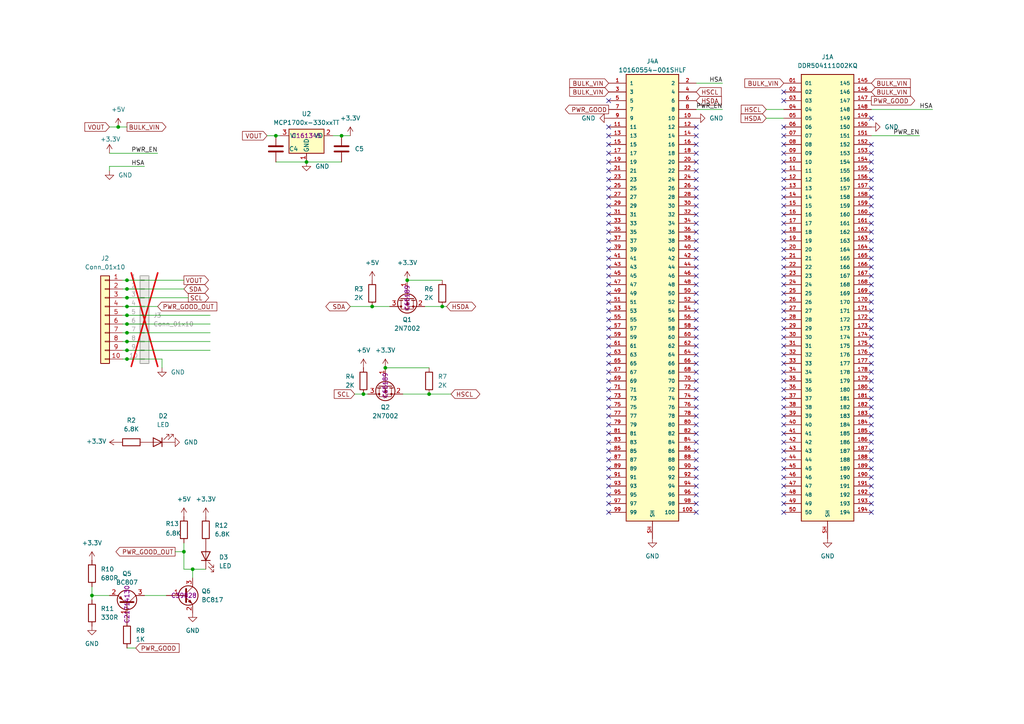
<source format=kicad_sch>
(kicad_sch (version 20250114) (generator "eeschema") (generator_version "9.0")
  (paper "A4")
  (junction (at 111.76 106.68))
  (junction (at 53.34 160.02))
  (junction (at 105.41 114.3))
  (junction (at 36.83 93.98))
  (junction (at 34.29 36.83))
  (junction (at 36.83 99.06))
  (junction (at 36.83 88.9))
  (junction (at 55.88 165.1))
  (junction (at 26.67 172.72))
  (junction (at 128.27 88.9))
  (junction (at 36.83 86.36))
  (junction (at 36.83 83.82))
  (junction (at 124.46 114.3))
  (junction (at 118.11 81.28))
  (junction (at 88.9 46.99))
  (junction (at 36.83 104.14))
  (junction (at 36.83 81.28))
  (junction (at 36.83 101.6))
  (junction (at 36.83 96.52))
  (junction (at 36.83 91.44))
  (junction (at 99.06 39.37))
  (junction (at 80.01 39.37))
  (junction (at 107.95 88.9))
  (no_connect (at 252.73 102.87))
  (no_connect (at 176.53 97.79))
  (no_connect (at 252.73 140.97))
  (no_connect (at 176.53 29.21))
  (no_connect (at 227.33 113.03))
  (no_connect (at 252.73 118.11))
  (no_connect (at 201.93 82.55))
  (no_connect (at 252.73 82.55))
  (no_connect (at 227.33 74.93))
  (no_connect (at 176.53 67.31))
  (no_connect (at 227.33 123.19))
  (no_connect (at 201.93 77.47))
  (no_connect (at 252.73 135.89))
  (no_connect (at 201.93 44.45))
  (no_connect (at 252.73 80.01))
  (no_connect (at 252.73 138.43))
  (no_connect (at 176.53 125.73))
  (no_connect (at 227.33 85.09))
  (no_connect (at 252.73 143.51))
  (no_connect (at 252.73 69.85))
  (no_connect (at 227.33 92.71))
  (no_connect (at 201.93 90.17))
  (no_connect (at 227.33 100.33))
  (no_connect (at 227.33 105.41))
  (no_connect (at 176.53 102.87))
  (no_connect (at 201.93 115.57))
  (no_connect (at 227.33 29.21))
  (no_connect (at 227.33 69.85))
  (no_connect (at 176.53 113.03))
  (no_connect (at 227.33 44.45))
  (no_connect (at 227.33 95.25))
  (no_connect (at 252.73 146.05))
  (no_connect (at 227.33 36.83))
  (no_connect (at 176.53 46.99))
  (no_connect (at 201.93 57.15))
  (no_connect (at 227.33 97.79))
  (no_connect (at 252.73 67.31))
  (no_connect (at 227.33 52.07))
  (no_connect (at 227.33 67.31))
  (no_connect (at 252.73 62.23))
  (no_connect (at 252.73 92.71))
  (no_connect (at 227.33 107.95))
  (no_connect (at 176.53 146.05))
  (no_connect (at 252.73 97.79))
  (no_connect (at 227.33 49.53))
  (no_connect (at 201.93 100.33))
  (no_connect (at 252.73 105.41))
  (no_connect (at 201.93 80.01))
  (no_connect (at 252.73 115.57))
  (no_connect (at 201.93 36.83))
  (no_connect (at 201.93 125.73))
  (no_connect (at 201.93 128.27))
  (no_connect (at 227.33 59.69))
  (no_connect (at 227.33 120.65))
  (no_connect (at 201.93 133.35))
  (no_connect (at 201.93 138.43))
  (no_connect (at 227.33 41.91))
  (no_connect (at 227.33 72.39))
  (no_connect (at 252.73 77.47))
  (no_connect (at 201.93 148.59))
  (no_connect (at 176.53 64.77))
  (no_connect (at 227.33 77.47))
  (no_connect (at 176.53 100.33))
  (no_connect (at 176.53 135.89))
  (no_connect (at 227.33 125.73))
  (no_connect (at 201.93 140.97))
  (no_connect (at 176.53 133.35))
  (no_connect (at 176.53 49.53))
  (no_connect (at 176.53 105.41))
  (no_connect (at 201.93 74.93))
  (no_connect (at 176.53 138.43))
  (no_connect (at 252.73 59.69))
  (no_connect (at 252.73 64.77))
  (no_connect (at 176.53 77.47))
  (no_connect (at 201.93 135.89))
  (no_connect (at 176.53 80.01))
  (no_connect (at 176.53 36.83))
  (no_connect (at 201.93 92.71))
  (no_connect (at 227.33 118.11))
  (no_connect (at 201.93 130.81))
  (no_connect (at 227.33 62.23))
  (no_connect (at 201.93 107.95))
  (no_connect (at 176.53 82.55))
  (no_connect (at 176.53 120.65))
  (no_connect (at 176.53 87.63))
  (no_connect (at 227.33 128.27))
  (no_connect (at 227.33 133.35))
  (no_connect (at 252.73 85.09))
  (no_connect (at 227.33 80.01))
  (no_connect (at 252.73 148.59))
  (no_connect (at 227.33 39.37))
  (no_connect (at 252.73 90.17))
  (no_connect (at 176.53 57.15))
  (no_connect (at 201.93 64.77))
  (no_connect (at 201.93 146.05))
  (no_connect (at 252.73 133.35))
  (no_connect (at 176.53 118.11))
  (no_connect (at 176.53 52.07))
  (no_connect (at 252.73 54.61))
  (no_connect (at 201.93 95.25))
  (no_connect (at 201.93 59.69))
  (no_connect (at 252.73 49.53))
  (no_connect (at 252.73 95.25))
  (no_connect (at 201.93 120.65))
  (no_connect (at 201.93 113.03))
  (no_connect (at 227.33 135.89))
  (no_connect (at 252.73 110.49))
  (no_connect (at 201.93 39.37))
  (no_connect (at 227.33 54.61))
  (no_connect (at 227.33 140.97))
  (no_connect (at 227.33 146.05))
  (no_connect (at 201.93 54.61))
  (no_connect (at 201.93 105.41))
  (no_connect (at 227.33 46.99))
  (no_connect (at 252.73 74.93))
  (no_connect (at 176.53 44.45))
  (no_connect (at 201.93 41.91))
  (no_connect (at 227.33 110.49))
  (no_connect (at 201.93 118.11))
  (no_connect (at 176.53 92.71))
  (no_connect (at 176.53 69.85))
  (no_connect (at 176.53 143.51))
  (no_connect (at 252.73 87.63))
  (no_connect (at 176.53 54.61))
  (no_connect (at 227.33 115.57))
  (no_connect (at 176.53 90.17))
  (no_connect (at 176.53 95.25))
  (no_connect (at 201.93 123.19))
  (no_connect (at 252.73 72.39))
  (no_connect (at 176.53 140.97))
  (no_connect (at 176.53 62.23))
  (no_connect (at 176.53 74.93))
  (no_connect (at 252.73 123.19))
  (no_connect (at 176.53 115.57))
  (no_connect (at 201.93 97.79))
  (no_connect (at 201.93 102.87))
  (no_connect (at 227.33 143.51))
  (no_connect (at 227.33 64.77))
  (no_connect (at 201.93 143.51))
  (no_connect (at 227.33 148.59))
  (no_connect (at 201.93 110.49))
  (no_connect (at 252.73 113.03))
  (no_connect (at 252.73 44.45))
  (no_connect (at 227.33 90.17))
  (no_connect (at 176.53 148.59))
  (no_connect (at 201.93 67.31))
  (no_connect (at 201.93 52.07))
  (no_connect (at 252.73 128.27))
  (no_connect (at 201.93 87.63))
  (no_connect (at 252.73 130.81))
  (no_connect (at 176.53 85.09))
  (no_connect (at 227.33 57.15))
  (no_connect (at 176.53 72.39))
  (no_connect (at 252.73 52.07))
  (no_connect (at 176.53 130.81))
  (no_connect (at 201.93 72.39))
  (no_connect (at 252.73 57.15))
  (no_connect (at 176.53 128.27))
  (no_connect (at 201.93 69.85))
  (no_connect (at 227.33 26.67))
  (no_connect (at 227.33 87.63))
  (no_connect (at 176.53 123.19))
  (no_connect (at 252.73 120.65))
  (no_connect (at 201.93 49.53))
  (no_connect (at 201.93 62.23))
  (no_connect (at 227.33 130.81))
  (no_connect (at 252.73 107.95))
  (no_connect (at 252.73 125.73))
  (no_connect (at 201.93 85.09))
  (no_connect (at 252.73 41.91))
  (no_connect (at 176.53 39.37))
  (no_connect (at 227.33 102.87))
  (no_connect (at 252.73 100.33))
  (no_connect (at 252.73 34.29))
  (no_connect (at 176.53 41.91))
  (no_connect (at 227.33 138.43))
  (no_connect (at 176.53 59.69))
  (no_connect (at 227.33 82.55))
  (no_connect (at 176.53 107.95))
  (no_connect (at 252.73 46.99))
  (no_connect (at 176.53 110.49))
  (no_connect (at 201.93 46.99))
  (wire (pts (xy 266.7 39.37) (xy 252.73 39.37)))
  (wire (pts (xy 36.83 88.9) (xy 45.72 88.9)))
  (wire (pts (xy 36.83 91.44) (xy 35.56 91.44)))
  (wire (pts (xy 59.69 165.1) (xy 55.88 165.1)))
  (wire (pts (xy 80.01 39.37) (xy 77.47 39.37)))
  (wire (pts (xy 41.91 172.72) (xy 48.26 172.72)))
  (wire (pts (xy 101.6 88.9) (xy 107.95 88.9)))
  (wire (pts (xy 31.75 48.26) (xy 31.75 49.53)))
  (wire (pts (xy 53.34 160.02) (xy 53.34 165.1)))
  (wire (pts (xy 123.19 88.9) (xy 128.27 88.9)))
  (wire (pts (xy 36.83 81.28) (xy 35.56 81.28)))
  (wire (pts (xy 36.83 99.06) (xy 35.56 99.06)))
  (wire (pts (xy 129.54 88.9) (xy 128.27 88.9)))
  (wire (pts (xy 36.83 93.98) (xy 35.56 93.98)))
  (wire (pts (xy 26.67 172.72) (xy 26.67 173.99)))
  (wire (pts (xy 96.52 39.37) (xy 99.06 39.37)))
  (wire (pts (xy 222.25 31.75) (xy 227.33 31.75)))
  (wire (pts (xy 222.25 34.29) (xy 227.33 34.29)))
  (wire (pts (xy 36.83 86.36) (xy 35.56 86.36)))
  (wire (pts (xy 36.83 104.14) (xy 46.99 104.14)))
  (wire (pts (xy 36.83 83.82) (xy 35.56 83.82)))
  (wire (pts (xy 46.99 106.68) (xy 46.99 104.14)))
  (wire (pts (xy 102.87 114.3) (xy 105.41 114.3)))
  (wire (pts (xy 99.06 39.37) (xy 101.6 39.37)))
  (wire (pts (xy 80.01 46.99) (xy 88.9 46.99)))
  (wire (pts (xy 36.83 104.14) (xy 35.56 104.14)))
  (wire (pts (xy 252.73 31.75) (xy 270.51 31.75)))
  (wire (pts (xy 36.83 99.06) (xy 60.96 99.06)))
  (wire (pts (xy 209.55 24.13) (xy 201.93 24.13)))
  (wire (pts (xy 41.91 48.26) (xy 31.75 48.26)))
  (wire (pts (xy 116.84 114.3) (xy 124.46 114.3)))
  (wire (pts (xy 80.01 39.37) (xy 81.28 39.37)))
  (wire (pts (xy 124.46 114.3) (xy 130.81 114.3)))
  (wire (pts (xy 31.75 36.83) (xy 34.29 36.83)))
  (wire (pts (xy 36.83 96.52) (xy 35.56 96.52)))
  (wire (pts (xy 53.34 157.48) (xy 53.34 160.02)))
  (wire (pts (xy 50.8 160.02) (xy 53.34 160.02)))
  (wire (pts (xy 26.67 172.72) (xy 31.75 172.72)))
  (wire (pts (xy 31.75 44.45) (xy 45.72 44.45)))
  (wire (pts (xy 36.83 93.98) (xy 60.96 93.98)))
  (wire (pts (xy 105.41 114.3) (xy 106.68 114.3)))
  (wire (pts (xy 111.76 106.68) (xy 124.46 106.68)))
  (wire (pts (xy 26.67 170.18) (xy 26.67 172.72)))
  (wire (pts (xy 36.83 101.6) (xy 60.96 101.6)))
  (wire (pts (xy 107.95 88.9) (xy 113.03 88.9)))
  (wire (pts (xy 36.83 91.44) (xy 60.96 91.44)))
  (wire (pts (xy 34.29 36.83) (xy 36.83 36.83)))
  (wire (pts (xy 209.55 31.75) (xy 201.93 31.75)))
  (wire (pts (xy 36.83 101.6) (xy 35.56 101.6)))
  (wire (pts (xy 55.88 165.1) (xy 55.88 167.64)))
  (wire (pts (xy 55.88 165.1) (xy 53.34 165.1)))
  (wire (pts (xy 36.83 88.9) (xy 35.56 88.9)))
  (wire (pts (xy 36.83 96.52) (xy 60.96 96.52)))
  (wire (pts (xy 36.83 81.28) (xy 53.34 81.28)))
  (wire (pts (xy 39.37 187.96) (xy 36.83 187.96)))
  (wire (pts (xy 36.83 83.82) (xy 53.34 83.82)))
  (wire (pts (xy 88.9 46.99) (xy 99.06 46.99)))
  (wire (pts (xy 36.83 86.36) (xy 54.61 86.36)))
  (wire (pts (xy 118.11 81.28) (xy 128.27 81.28)))
  (label "PWR_EN" (at 266.7 39.37 180))
  (label "HSA" (at 270.51 31.75 180))
  (label "PWR_EN" (at 209.55 31.75 180))
  (label "PWR_EN" (at 45.72 44.45 180))
  (label "HSA" (at 209.55 24.13 180))
  (label "HSA" (at 41.91 48.26 180))
  (global_label "HSCL" (shape input) (at 222.25 31.75 180) (property "Intersheetrefs" "${INTERSHEET_REFS}" (effects (hide yes))))
  (global_label "PWR_GOOD" (shape output) (at 176.53 31.75 180) (property "Intersheetrefs" "${INTERSHEET_REFS}" (effects (hide yes))))
  (global_label "HSCL" (shape input) (at 201.93 26.67 0) (property "Intersheetrefs" "${INTERSHEET_REFS}" (effects (hide yes))))
  (global_label "SCL" (shape output) (at 54.61 86.36 0) (property "Intersheetrefs" "${INTERSHEET_REFS}" (effects (hide yes))))
  (global_label "VOUT" (shape output) (at 53.34 81.28 0) (property "Intersheetrefs" "${INTERSHEET_REFS}" (effects (hide yes))))
  (global_label "PWR_GOOD_OUT" (shape input) (at 45.72 88.9 0) (property "Intersheetrefs" "${INTERSHEET_REFS}" (effects (hide yes))))
  (global_label "BULK_VIN" (shape input) (at 252.73 26.67 0) (property "Intersheetrefs" "${INTERSHEET_REFS}" (effects (hide yes))))
  (global_label "BULK_VIN" (shape input) (at 227.33 24.13 180) (property "Intersheetrefs" "${INTERSHEET_REFS}" (effects (hide yes))))
  (global_label "SDA" (shape bidirectional) (at 101.6 88.9 180) (property "Intersheetrefs" "${INTERSHEET_REFS}" (effects (hide yes))))
  (global_label "HSDA" (shape input) (at 201.93 29.21 0) (property "Intersheetrefs" "${INTERSHEET_REFS}" (effects (hide yes))))
  (global_label "SDA" (shape bidirectional) (at 53.34 83.82 0) (property "Intersheetrefs" "${INTERSHEET_REFS}" (effects (hide yes))))
  (global_label "BULK_VIN" (shape input) (at 252.73 24.13 0) (property "Intersheetrefs" "${INTERSHEET_REFS}" (effects (hide yes))))
  (global_label "BULK_VIN" (shape input) (at 176.53 26.67 180) (property "Intersheetrefs" "${INTERSHEET_REFS}" (effects (hide yes))))
  (global_label "HSCL" (shape bidirectional) (at 130.81 114.3 0) (property "Intersheetrefs" "${INTERSHEET_REFS}" (effects (hide yes))))
  (global_label "PWR_GOOD_OUT" (shape output) (at 50.8 160.02 180) (property "Intersheetrefs" "${INTERSHEET_REFS}" (effects (hide yes))))
  (global_label "HSDA" (shape bidirectional) (at 129.54 88.9 0) (property "Intersheetrefs" "${INTERSHEET_REFS}" (effects (hide yes))))
  (global_label "BULK_VIN" (shape output) (at 36.83 36.83 0) (property "Intersheetrefs" "${INTERSHEET_REFS}" (effects (hide yes))))
  (global_label "VOUT" (shape input) (at 77.47 39.37 180) (property "Intersheetrefs" "${INTERSHEET_REFS}" (effects (hide yes))))
  (global_label "HSDA" (shape input) (at 222.25 34.29 180) (property "Intersheetrefs" "${INTERSHEET_REFS}" (effects (hide yes))))
  (global_label "PWR_GOOD" (shape output) (at 252.73 29.21 0) (property "Intersheetrefs" "${INTERSHEET_REFS}" (effects (hide yes))))
  (global_label "SCL" (shape input) (at 102.87 114.3 180) (property "Intersheetrefs" "${INTERSHEET_REFS}" (effects (hide yes))))
  (global_label "PWR_GOOD" (shape input) (at 39.37 187.96 0) (property "Intersheetrefs" "${INTERSHEET_REFS}" (effects (hide yes))))
  (global_label "VOUT" (shape input) (at 31.75 36.83 180) (property "Intersheetrefs" "${INTERSHEET_REFS}" (effects (hide yes))))
  (global_label "BULK_VIN" (shape input) (at 176.53 24.13 180) (property "Intersheetrefs" "${INTERSHEET_REFS}" (effects (hide yes))))
  (symbol (lib_id "Device:R") (at 53.34 153.67 180) (unit 1)
    (property "Reference" "R13" (at 48.006 151.892 0) (effects (justify right)))
    (property "Value" "6.8K" (at 48.006 154.686 0) (effects (justify right)))
    (property "Footprint" "Resistor_SMD:R_0805_2012Metric" (effects (hide yes)))
    (property "szlcsc_partnum" "C17772" (effects (hide yes)))
  )
  (symbol (lib_id "Device:LED") (at 45.72 128.27 180) (unit 1)
    (property "Reference" "D2" (at 47.3075 120.65 0))
    (property "Value" "LED" (at 47.3075 123.19 0))
    (property "Footprint" "LED_SMD:LED_0805_2012Metric" (effects (hide yes)))
  )
  (symbol (lib_id "power:GND") (at 26.67 181.61 0) (unit 1)
    (property "Reference" "#PWR022" (effects (hide yes)))
    (property "Value" "GND" (at 26.67 186.69 0))
  )
  (symbol (lib_id "power:+3.3V") (at 118.11 81.28 0) (unit 1)
    (property "Reference" "#PWR012" (effects (hide yes)))
    (property "Value" "+3.3V" (at 118.11 76.2 0))
    (property "Description" "Power symbol creates a global label with name \"+3.3V\"" (effects (hide yes)))
  )
  (symbol (lib_id "power:GND") (at 252.73 36.83 90) (unit 1)
    (property "Reference" "#PWR013" (effects (hide yes)))
    (property "Value" "GND" (at 256.54 36.8299 90) (effects (justify right)))
  )
  (symbol (lib_id "Transistor_BJT:BC817") (at 53.34 172.72 0) (unit 1)
    (property "Reference" "Q6" (at 58.42 171.4499 0) (effects (justify left)))
    (property "Value" "BC817" (at 58.42 173.9899 0) (effects (justify left)))
    (property "Footprint" "Package_TO_SOT_SMD:SOT-23" (effects (hide yes)))
    (property "Datasheet" "https://www.onsemi.com/pub/Collateral/BC818-D.pdf" (effects (hide yes)))
    (property "Description" "0.8A Ic, 45V Vce, NPN Transistor, SOT-23" (effects (hide yes)))
    (property "szlcsc_partnum" "C39828" (at 53.34 172.72 0))
  )
  (symbol (lib_id "Device:LED") (at 59.69 161.29 90) (unit 1)
    (property "Reference" "D3" (at 63.5 161.6074 90) (effects (justify right)))
    (property "Value" "LED" (at 63.5 164.1474 90) (effects (justify right)))
    (property "Footprint" "LED_SMD:LED_0805_2012Metric" (effects (hide yes)))
  )
  (symbol (lib_id "power:GND") (at 49.53 128.27 90) (unit 1)
    (property "Reference" "#PWR01" (effects (hide yes)))
    (property "Value" "GND" (at 53.34 128.2699 90) (effects (justify right)))
  )
  (symbol (lib_id "Device:R") (at 26.67 166.37 180) (unit 1)
    (property "Reference" "R10" (at 29.21 165.0999 0) (effects (justify right)))
    (property "Value" "680R" (at 29.21 167.6399 0) (effects (justify right)))
    (property "Footprint" "Resistor_SMD:R_0805_2012Metric" (effects (hide yes)))
    (property "szlcsc_partnum" "C17798" (effects (hide yes)))
  )
  (symbol (lib_id "Device:R") (at 26.67 177.8 180) (unit 1)
    (property "Reference" "R11" (at 29.21 176.5299 0) (effects (justify right)))
    (property "Value" "330R" (at 29.21 179.0699 0) (effects (justify right)))
    (property "Footprint" "Resistor_SMD:R_0805_2012Metric" (effects (hide yes)))
    (property "szlcsc_partnum" "C17630" (effects (hide yes)))
  )
  (symbol (lib_id "power:+3.3V") (at 34.29 128.27 90) (unit 1)
    (property "Reference" "#PWR07" (effects (hide yes)))
    (property "Value" "+3.3V" (at 27.94 128.016 90))
    (property "Description" "Power symbol creates a global label with name \"+3.3V\"" (effects (hide yes)))
  )
  (symbol (lib_id "Transistor_FET:2N7002") (at 111.76 111.76 90) (mirror x) (unit 1)
    (property "Reference" "Q2" (at 111.76 118.11 90))
    (property "Value" "2N7002" (at 111.76 120.65 90))
    (property "Footprint" "Package_TO_SOT_SMD:SOT-23" (effects (hide yes)))
    (property "Datasheet" "https://www.onsemi.com/pub/Collateral/NDS7002A-D.PDF" (effects (hide yes)))
    (property "Description" "0.115A Id, 60V Vds, N-Channel MOSFET, SOT-23" (effects (hide yes)))
    (property "szlcsc_partnum" "C65189" (at 111.76 111.76 0))
  )
  (symbol (lib_id "Device:R") (at 36.83 184.15 180) (unit 1)
    (property "Reference" "R8" (at 39.37 182.8799 0) (effects (justify right)))
    (property "Value" "1K" (at 39.37 185.4199 0) (effects (justify right)))
    (property "Footprint" "Resistor_SMD:R_0805_2012Metric" (effects (hide yes)))
    (property "szlcsc_partnum" "C17513" (effects (hide yes)))
  )
  (symbol (lib_id "power:GND") (at 31.75 49.53 0) (unit 1)
    (property "Reference" "#PWR02" (effects (hide yes)))
    (property "Value" "GND" (at 34.29 50.7999 0) (effects (justify left)))
  )
  (symbol (lib_id "Device:R") (at 128.27 85.09 180) (unit 1)
    (property "Reference" "R6" (at 125.73 83.8199 0) (effects (justify left)))
    (property "Value" "2K" (at 125.73 86.3599 0) (effects (justify left)))
    (property "Footprint" "Resistor_SMD:R_0805_2012Metric" (effects (hide yes)))
    (property "szlcsc_partnum" "C17604" (effects (hide yes)))
  )
  (symbol (lib_id "power:GND") (at 189.23 156.21 0) (unit 1)
    (property "Reference" "#PWR019" (effects (hide yes)))
    (property "Value" "GND" (at 189.23 161.29 0))
  )
  (symbol (lib_id "power:+3.3V") (at 31.75 44.45 0) (unit 1)
    (property "Reference" "#PWR011" (effects (hide yes)))
    (property "Value" "+3.3V" (at 32.004 40.386 0))
    (property "Description" "Power symbol creates a global label with name \"+3.3V\"" (effects (hide yes)))
  )
  (symbol (lib_id "Device:R") (at 59.69 153.67 0) (unit 1)
    (property "Reference" "R12" (at 62.23 152.3999 0) (effects (justify left)))
    (property "Value" "6.8K" (at 62.23 154.9399 0) (effects (justify left)))
    (property "Footprint" "Resistor_SMD:R_0805_2012Metric" (effects (hide yes)))
    (property "szlcsc_partnum" "C17772" (effects (hide yes)))
  )
  (symbol (lib_id "Device:R") (at 105.41 110.49 0) (mirror x) (unit 1)
    (property "Reference" "R4" (at 102.87 109.2199 0) (effects (justify right)))
    (property "Value" "2K" (at 102.87 111.7599 0) (effects (justify right)))
    (property "Footprint" "Resistor_SMD:R_0805_2012Metric" (effects (hide yes)))
    (property "szlcsc_partnum" "C17604" (effects (hide yes)))
  )
  (symbol (lib_id "Connector_Generic:Conn_01x10") (at 30.48 91.44 0) (mirror y) (unit 1)
    (property "Reference" "J2" (at 30.48 74.93 0))
    (property "Value" "Conn_01x10" (at 30.48 77.47 0))
    (property "Footprint" "Connector_PinSocket_2.54mm:PinSocket_1x10_P2.54mm_Horizontal" (effects (hide yes)))
  )
  (symbol (lib_id "power:+3.3V") (at 26.67 162.56 0) (unit 1)
    (property "Reference" "#PWR025" (effects (hide yes)))
    (property "Value" "+3.3V" (at 26.67 157.48 0))
    (property "Description" "Power symbol creates a global label with name \"+3.3V\"" (effects (hide yes)))
  )
  (symbol (lib_id "power:GND") (at 201.93 34.29 90) (unit 1)
    (property "Reference" "#PWR018" (effects (hide yes)))
    (property "Value" "GND" (at 205.74 34.2899 90) (effects (justify right)))
  )
  (symbol (lib_id "power:+5V") (at 105.41 106.68 0) (unit 1)
    (property "Reference" "#PWR017" (effects (hide yes)))
    (property "Value" "+5V" (at 105.41 101.6 0))
    (property "Description" "Power symbol creates a global label with name \"+5V\"" (effects (hide yes)))
  )
  (symbol (lib_id "Regulator_Linear:MCP1700x-330xxTT") (at 88.9 39.37 0) (unit 1)
    (property "Reference" "U2" (at 88.9 33.02 0))
    (property "Value" "MCP1700x-330xxTT" (at 88.9 35.56 0))
    (property "Footprint" "Package_TO_SOT_SMD:SOT-23" (effects (hide yes)))
    (property "Datasheet" "http://ww1.microchip.com/downloads/en/DeviceDoc/20001826D.pdf" (effects (hide yes)))
    (property "Description" "250mA Low Quiscent Current LDO, 3.3V output, SOT-23" (effects (hide yes)))
    (property "szlcsc_partnum" "C161345" (at 88.9 39.37 0))
  )
  (symbol (lib_id "power:GND") (at 55.88 177.8 0) (unit 1)
    (property "Reference" "#PWR023" (effects (hide yes)))
    (property "Value" "GND" (at 55.88 182.88 0))
  )
  (symbol (lib_id "Device:C") (at 80.01 43.18 0) (unit 1)
    (property "Reference" "C4" (at 83.82 43.1799 0) (effects (justify left)))
    (property "Value" "10uF/6.3V" (effects (hide yes)))
    (property "Footprint" "Capacitor_SMD:C_0805_2012Metric" (effects (hide yes)))
    (property "Description" "Unpolarized capacitor" (effects (hide yes)))
    (property "szlcsc_partnum" "C307525" (effects (hide yes)))
  )
  (symbol (lib_id "power:GND") (at 88.9 46.99 0) (unit 1)
    (property "Reference" "#PWR03" (effects (hide yes)))
    (property "Value" "GND" (at 91.44 48.2599 0) (effects (justify left)))
  )
  (symbol (lib_id "power:+5V") (at 34.29 36.83 0) (unit 1)
    (property "Reference" "#PWR028" (effects (hide yes)))
    (property "Value" "+5V" (at 34.29 31.75 0))
    (property "Description" "Power symbol creates a global label with name \"+5V\"" (effects (hide yes)))
  )
  (symbol (lib_id "power:GND") (at 46.99 106.68 0) (unit 1)
    (property "Reference" "#PWR06" (effects (hide yes)))
    (property "Value" "GND" (at 49.53 107.9499 0) (effects (justify left)))
  )
  (symbol (lib_id "power:+5V") (at 107.95 81.28 0) (unit 1)
    (property "Reference" "#PWR027" (effects (hide yes)))
    (property "Value" "+5V" (at 107.95 76.2 0))
    (property "Description" "Power symbol creates a global label with name \"+5V\"" (effects (hide yes)))
  )
  (symbol (lib_id "power:+3.3V") (at 101.6 39.37 0) (unit 1)
    (property "Reference" "#PWR05" (effects (hide yes)))
    (property "Value" "+3.3V" (at 101.6 34.29 0))
    (property "Description" "Power symbol creates a global label with name \"+3.3V\"" (effects (hide yes)))
  )
  (symbol (lib_id "Device:R") (at 38.1 128.27 90) (unit 1)
    (property "Reference" "R2" (at 38.1 121.92 90))
    (property "Value" "6.8K" (at 38.1 124.46 90))
    (property "Footprint" "Resistor_SMD:R_0805_2012Metric" (effects (hide yes)))
    (property "szlcsc_partnum" "C17772" (effects (hide yes)))
  )
  (symbol (lib_id "Transistor_BJT:BC807") (at 36.83 175.26 270) (mirror x) (unit 1)
    (property "Reference" "Q5" (at 36.83 166.37 90))
    (property "Value" "BC807" (at 36.83 168.91 90))
    (property "Footprint" "Package_TO_SOT_SMD:SOT-23" (effects (hide yes)))
    (property "Datasheet" "https://www.onsemi.com/pub/Collateral/BC808-D.pdf" (effects (hide yes)))
    (property "Description" "0.8A Ic, 45V Vce, PNP Transistor, SOT-23" (effects (hide yes)))
    (property "szlcsc_partnum" "C21714130" (at 36.83 175.26 0))
  )
  (symbol (lib_id "10160554-001SHLF:10160554-001SHLF") (at 189.23 87.63 0) (unit 1)
    (property "Reference" "J4" (at 189.23 17.78 0))
    (property "Value" "10160554-001SHLF" (at 189.23 20.32 0))
    (property "Footprint" "footprints:AMPHENOL_10160554-001SHLF" (effects (hide yes)))
    (property "MF" "Amphenol" (effects (hide yes)))
    (property "MAXIMUM_PACKAGE_HEIGHT" "23.5mm" (effects (hide yes)))
    (property "Package" "None" (effects (hide yes)))
    (property "Price" "None" (effects (hide yes)))
    (property "Check_prices" "https://www.snapeda.com/parts/10160554001SHLF/Amphenol/view-part/?ref=eda" (effects (hide yes)))
    (property "STANDARD" "Manufacturer Recommendations" (effects (hide yes)))
    (property "PARTREV" "A" (effects (hide yes)))
    (property "SnapEDA_Link" "https://www.snapeda.com/parts/10160554001SHLF/Amphenol/view-part/?ref=snap" (effects (hide yes)))
    (property "MP" "10160554001SHLF" (effects (hide yes)))
    (property "Description_1" "\n                        \n                            DDR5 SODIMM, Storage and Server Connector, Vertical, Surface Mount, 262 Position, 0.5mm Pitch\n                        \n" (effects (hide yes)))
    (property "Availability" "Not in stock" (effects (hide yes)))
    (property "MANUFACTURER" "Amphenol" (effects (hide yes)))
  )
  (symbol (lib_id "Device:R") (at 107.95 85.09 0) (mirror x) (unit 1)
    (property "Reference" "R3" (at 105.41 83.8199 0) (effects (justify right)))
    (property "Value" "2K" (at 105.41 86.3599 0) (effects (justify right)))
    (property "Footprint" "Resistor_SMD:R_0805_2012Metric" (effects (hide yes)))
    (property "szlcsc_partnum" "C17604" (effects (hide yes)))
  )
  (symbol (lib_id "Connector_Generic:Conn_01x10") (at 41.91 91.44 0) (unit 1) (in_bom no) (dnp yes)
    (property "Reference" "J3" (at 44.45 91.4399 0) (effects (justify left)))
    (property "Value" "Conn_01x10" (at 44.45 93.9799 0) (effects (justify left)))
    (property "Footprint" "Connector_PinHeader_2.54mm:PinHeader_1x10_P2.54mm_Vertical" (effects (hide yes)))
  )
  (symbol (lib_id "Device:R") (at 124.46 110.49 180) (unit 1)
    (property "Reference" "R7" (at 127 109.2199 0) (effects (justify right)))
    (property "Value" "2K" (at 127 111.7599 0) (effects (justify right)))
    (property "Footprint" "Resistor_SMD:R_0805_2012Metric" (effects (hide yes)))
    (property "szlcsc_partnum" "C17604" (effects (hide yes)))
  )
  (symbol (lib_id "power:+5V") (at 53.34 149.86 0) (unit 1)
    (property "Reference" "#PWR04" (effects (hide yes)))
    (property "Value" "+5V" (at 53.34 144.78 0))
    (property "Description" "Power symbol creates a global label with name \"+5V\"" (effects (hide yes)))
  )
  (symbol (lib_id "DDR504111002KQ:DDR504111002KQ") (at 240.03 85.09 0) (unit 1)
    (property "Reference" "J1" (at 240.03 16.51 0))
    (property "Value" "DDR504111002KQ" (at 240.03 19.05 0))
    (property "Footprint" "footprints:DDR5 UDIMM GENERIC" (effects (hide yes)))
    (property "MF" "Amphenol ICC (FCI)" (effects (hide yes)))
    (property "MAXIMUM_PACKAGE_HEIGHT" "21.30mm" (effects (hide yes)))
    (property "Package" "None" (effects (hide yes)))
    (property "Price" "None" (effects (hide yes)))
    (property "Check_prices" "https://www.snapeda.com/parts/DDR504111002KQ/Amphenol+FCI/view-part/?ref=eda" (effects (hide yes)))
    (property "STANDARD" "Manufacturer Recommendations" (effects (hide yes)))
    (property "PARTREV" "10" (effects (hide yes)))
    (property "SnapEDA_Link" "https://www.snapeda.com/parts/DDR504111002KQ/Amphenol+FCI/view-part/?ref=snap" (effects (hide yes)))
    (property "MP" "DDR504111002KQ" (effects (hide yes)))
    (property "Description_1" "\n                        \n                            DDR5 Memory Module Sockets, Storage and Server System, Vertical, Surface Mount, 288 Position, 0.85mm (0.0335in) pitch, 15μin Gold on Contact Area, Standard Housing and Latch, Metal Tab, Without MYLAR\n                        \n" (effects (hide yes)))
    (property "Availability" "In Stock" (effects (hide yes)))
    (property "MANUFACTURER" "Amphenol" (effects (hide yes)))
  )
  (symbol (lib_id "Transistor_FET:2N7002") (at 118.11 86.36 90) (mirror x) (unit 1)
    (property "Reference" "Q1" (at 118.11 92.71 90))
    (property "Value" "2N7002" (at 118.11 95.25 90))
    (property "Footprint" "Package_TO_SOT_SMD:SOT-23" (effects (hide yes)))
    (property "Datasheet" "https://www.onsemi.com/pub/Collateral/NDS7002A-D.PDF" (effects (hide yes)))
    (property "Description" "0.115A Id, 60V Vds, N-Channel MOSFET, SOT-23" (effects (hide yes)))
    (property "szlcsc_partnum" "C65189" (at 118.11 86.36 0))
  )
  (symbol (lib_id "power:+3.3V") (at 111.76 106.68 0) (unit 1)
    (property "Reference" "#PWR015" (effects (hide yes)))
    (property "Value" "+3.3V" (at 111.76 101.6 0))
    (property "Description" "Power symbol creates a global label with name \"+3.3V\"" (effects (hide yes)))
  )
  (symbol (lib_id "power:+3.3V") (at 59.69 149.86 0) (unit 1)
    (property "Reference" "#PWR024" (effects (hide yes)))
    (property "Value" "+3.3V" (at 59.69 144.78 0))
    (property "Description" "Power symbol creates a global label with name \"+3.3V\"" (effects (hide yes)))
  )
  (symbol (lib_id "power:GND") (at 240.03 156.21 0) (unit 1)
    (property "Reference" "#PWR020" (effects (hide yes)))
    (property "Value" "GND" (at 240.03 161.29 0))
  )
  (symbol (lib_id "Device:C") (at 99.06 43.18 0) (unit 1)
    (property "Reference" "C5" (at 102.87 43.1799 0) (effects (justify left)))
    (property "Value" "10uF/6.3V" (effects (hide yes)))
    (property "Footprint" "Capacitor_SMD:C_0805_2012Metric" (effects (hide yes)))
    (property "Description" "Unpolarized capacitor" (effects (hide yes)))
    (property "szlcsc_partnum" "C307525" (effects (hide yes)))
  )
  (symbol (lib_id "power:GND") (at 176.53 34.29 270) (unit 1)
    (property "Reference" "#PWR016" (effects (hide yes)))
    (property "Value" "GND" (at 172.72 34.2899 90) (effects (justify right)))
  )
)
</source>
